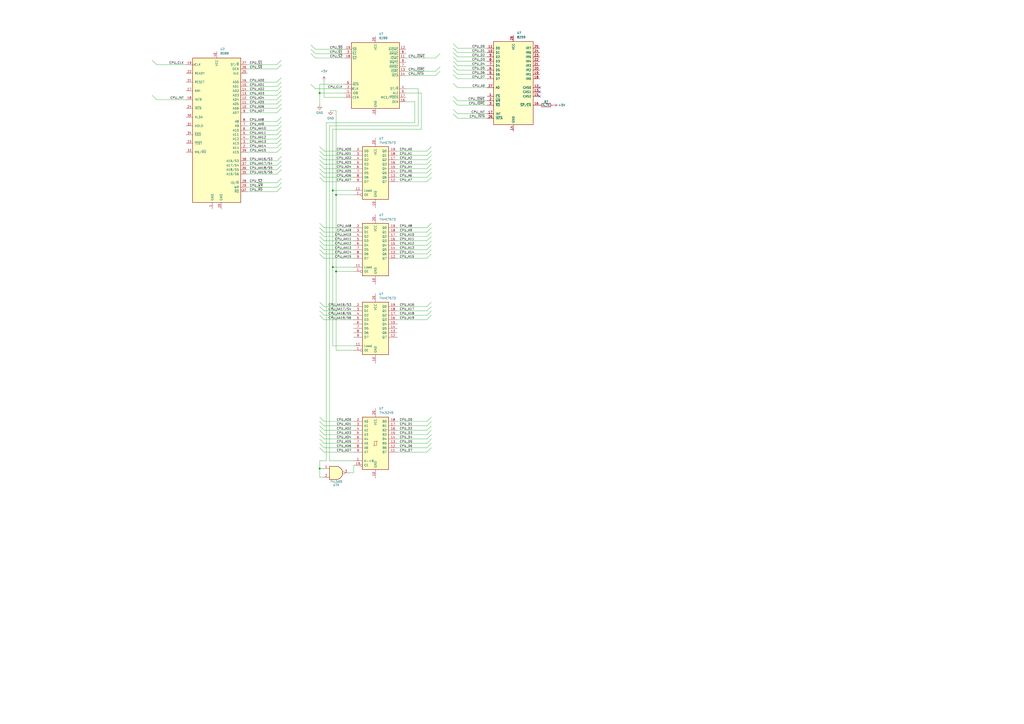
<source format=kicad_sch>
(kicad_sch (version 20211123) (generator eeschema)
  (paper "A2")
  (lib_symbols
    (symbol "74xx:74LS00" (pin_names (offset 1.016))
      (property "Reference" "U" (at 0 1.27 0))
      (property "Value" "74LS00" (at 0 -1.27 0))
      (symbol "74LS00_1_1"
        (arc (start 0 -3.81) (mid 3.81 0) (end 0 3.81) (stroke (width 0.254)) (fill (type background)))
        (polyline (pts (xy 0 3.81) (xy -3.81 3.81) (xy -3.81 -3.81) (xy 0 -3.81)) (stroke (width 0.254)) (fill (type background)))
        (pin input line (at -7.62 2.54 0) (length 3.81) (name "~") (number "1"))
        (pin input line (at -7.62 -2.54 0) (length 3.81) (name "~") (number "2"))
        (pin output inverted (at 7.62 0 180) (length 3.81) (name "~") (number "3"))
      )
      (symbol "74LS00_1_2"
        (arc (start -3.81 -3.81) (mid -2.589 0) (end -3.81 3.81) (stroke (width 0.254)))
        (arc (start -0.6096 -3.81) (mid 2.1842 -2.5851) (end 3.81 0) (stroke (width 0.254)) (fill (type background)))
        (polyline (pts (xy -3.81 -3.81) (xy -0.635 -3.81)) (stroke (width 0.254)) (fill (type background)))
        (polyline (pts (xy -3.81 3.81) (xy -0.635 3.81)) (stroke (width 0.254)) (fill (type background)))
        (polyline (pts (xy -0.635 3.81) (xy -3.81 3.81) (xy -3.81 3.81) (xy -3.556 3.4036) (xy -3.0226 2.2606) (xy -2.6924 1.0414) (xy -2.6162 -0.254) (xy -2.7686 -1.4986) (xy -3.175 -2.7178) (xy -3.81 -3.81) (xy -3.81 -3.81) (xy -0.635 -3.81)) (stroke (width -25.4)) (fill (type background)))
        (arc (start 3.81 0) (mid 2.1915 2.5936) (end -0.6096 3.81) (stroke (width 0.254)) (fill (type background)))
        (pin input inverted (at -7.62 2.54 0) (length 4.318) (name "~") (number "1"))
        (pin input inverted (at -7.62 -2.54 0) (length 4.318) (name "~") (number "2"))
        (pin output line (at 7.62 0 180) (length 3.81) (name "~") (number "3"))
      )
      (symbol "74LS00_2_1"
        (arc (start 0 -3.81) (mid 3.81 0) (end 0 3.81) (stroke (width 0.254)) (fill (type background)))
        (polyline (pts (xy 0 3.81) (xy -3.81 3.81) (xy -3.81 -3.81) (xy 0 -3.81)) (stroke (width 0.254)) (fill (type background)))
        (pin input line (at -7.62 2.54 0) (length 3.81) (name "~") (number "4"))
        (pin input line (at -7.62 -2.54 0) (length 3.81) (name "~") (number "5"))
        (pin output inverted (at 7.62 0 180) (length 3.81) (name "~") (number "6"))
      )
      (symbol "74LS00_2_2"
        (arc (start -3.81 -3.81) (mid -2.589 0) (end -3.81 3.81) (stroke (width 0.254)))
        (arc (start -0.6096 -3.81) (mid 2.1842 -2.5851) (end 3.81 0) (stroke (width 0.254)) (fill (type background)))
        (polyline (pts (xy -3.81 -3.81) (xy -0.635 -3.81)) (stroke (width 0.254)) (fill (type background)))
        (polyline (pts (xy -3.81 3.81) (xy -0.635 3.81)) (stroke (width 0.254)) (fill (type background)))
        (polyline (pts (xy -0.635 3.81) (xy -3.81 3.81) (xy -3.81 3.81) (xy -3.556 3.4036) (xy -3.0226 2.2606) (xy -2.6924 1.0414) (xy -2.6162 -0.254) (xy -2.7686 -1.4986) (xy -3.175 -2.7178) (xy -3.81 -3.81) (xy -3.81 -3.81) (xy -0.635 -3.81)) (stroke (width -25.4)) (fill (type background)))
        (arc (start 3.81 0) (mid 2.1915 2.5936) (end -0.6096 3.81) (stroke (width 0.254)) (fill (type background)))
        (pin input inverted (at -7.62 2.54 0) (length 4.318) (name "~") (number "4"))
        (pin input inverted (at -7.62 -2.54 0) (length 4.318) (name "~") (number "5"))
        (pin output line (at 7.62 0 180) (length 3.81) (name "~") (number "6"))
      )
      (symbol "74LS00_3_1"
        (arc (start 0 -3.81) (mid 3.81 0) (end 0 3.81) (stroke (width 0.254)) (fill (type background)))
        (polyline (pts (xy 0 3.81) (xy -3.81 3.81) (xy -3.81 -3.81) (xy 0 -3.81)) (stroke (width 0.254)) (fill (type background)))
        (pin input line (at -7.62 -2.54 0) (length 3.81) (name "~") (number "10"))
        (pin output inverted (at 7.62 0 180) (length 3.81) (name "~") (number "8"))
        (pin input line (at -7.62 2.54 0) (length 3.81) (name "~") (number "9"))
      )
      (symbol "74LS00_3_2"
        (arc (start -3.81 -3.81) (mid -2.589 0) (end -3.81 3.81) (stroke (width 0.254)))
        (arc (start -0.6096 -3.81) (mid 2.1842 -2.5851) (end 3.81 0) (stroke (width 0.254)) (fill (type background)))
        (polyline (pts (xy -3.81 -3.81) (xy -0.635 -3.81)) (stroke (width 0.254)) (fill (type background)))
        (polyline (pts (xy -3.81 3.81) (xy -0.635 3.81)) (stroke (width 0.254)) (fill (type background)))
        (polyline (pts (xy -0.635 3.81) (xy -3.81 3.81) (xy -3.81 3.81) (xy -3.556 3.4036) (xy -3.0226 2.2606) (xy -2.6924 1.0414) (xy -2.6162 -0.254) (xy -2.7686 -1.4986) (xy -3.175 -2.7178) (xy -3.81 -3.81) (xy -3.81 -3.81) (xy -0.635 -3.81)) (stroke (width -25.4)) (fill (type background)))
        (arc (start 3.81 0) (mid 2.1915 2.5936) (end -0.6096 3.81) (stroke (width 0.254)) (fill (type background)))
        (pin input inverted (at -7.62 -2.54 0) (length 4.318) (name "~") (number "10"))
        (pin output line (at 7.62 0 180) (length 3.81) (name "~") (number "8"))
        (pin input inverted (at -7.62 2.54 0) (length 4.318) (name "~") (number "9"))
      )
      (symbol "74LS00_4_1"
        (arc (start 0 -3.81) (mid 3.81 0) (end 0 3.81) (stroke (width 0.254)) (fill (type background)))
        (polyline (pts (xy 0 3.81) (xy -3.81 3.81) (xy -3.81 -3.81) (xy 0 -3.81)) (stroke (width 0.254)) (fill (type background)))
        (pin output inverted (at 7.62 0 180) (length 3.81) (name "~") (number "11"))
        (pin input line (at -7.62 2.54 0) (length 3.81) (name "~") (number "12"))
        (pin input line (at -7.62 -2.54 0) (length 3.81) (name "~") (number "13"))
      )
      (symbol "74LS00_4_2"
        (arc (start -3.81 -3.81) (mid -2.589 0) (end -3.81 3.81) (stroke (width 0.254)))
        (arc (start -0.6096 -3.81) (mid 2.1842 -2.5851) (end 3.81 0) (stroke (width 0.254)) (fill (type background)))
        (polyline (pts (xy -3.81 -3.81) (xy -0.635 -3.81)) (stroke (width 0.254)) (fill (type background)))
        (polyline (pts (xy -3.81 3.81) (xy -0.635 3.81)) (stroke (width 0.254)) (fill (type background)))
        (polyline (pts (xy -0.635 3.81) (xy -3.81 3.81) (xy -3.81 3.81) (xy -3.556 3.4036) (xy -3.0226 2.2606) (xy -2.6924 1.0414) (xy -2.6162 -0.254) (xy -2.7686 -1.4986) (xy -3.175 -2.7178) (xy -3.81 -3.81) (xy -3.81 -3.81) (xy -0.635 -3.81)) (stroke (width -25.4)) (fill (type background)))
        (arc (start 3.81 0) (mid 2.1915 2.5936) (end -0.6096 3.81) (stroke (width 0.254)) (fill (type background)))
        (pin output line (at 7.62 0 180) (length 3.81) (name "~") (number "11"))
        (pin input inverted (at -7.62 2.54 0) (length 4.318) (name "~") (number "12"))
        (pin input inverted (at -7.62 -2.54 0) (length 4.318) (name "~") (number "13"))
      )
      (symbol "74LS00_5_0"
        (pin power_in line (at 0 12.7 270) (length 5.08) (name "VCC") (number "14"))
        (pin power_in line (at 0 -12.7 90) (length 5.08) (name "GND") (number "7"))
      )
      (symbol "74LS00_5_1"
        (rectangle (start -5.08 7.62) (end 5.08 -7.62) (stroke (width 0.254)) (fill (type background)))
      )
    )
    (symbol "74xx:74LS245" (pin_names (offset 1.016))
      (property "Reference" "U" (at -7.62 16.51 0))
      (property "Value" "74LS245" (at -7.62 -16.51 0))
      (symbol "74LS245_1_0"
        (polyline (pts (xy -0.635 -1.27) (xy -0.635 1.27) (xy 0.635 1.27)))
        (polyline (pts (xy -1.27 -1.27) (xy 0.635 -1.27) (xy 0.635 1.27) (xy 1.27 1.27)))
        (pin input line (at -12.7 -10.16 0) (length 5.08) (name "A->B") (number "1"))
        (pin power_in line (at 0 -20.32 90) (length 5.08) (name "GND") (number "10"))
        (pin tri_state line (at 12.7 -5.08 180) (length 5.08) (name "B7") (number "11"))
        (pin tri_state line (at 12.7 -2.54 180) (length 5.08) (name "B6") (number "12"))
        (pin tri_state line (at 12.7 0 180) (length 5.08) (name "B5") (number "13"))
        (pin tri_state line (at 12.7 2.54 180) (length 5.08) (name "B4") (number "14"))
        (pin tri_state line (at 12.7 5.08 180) (length 5.08) (name "B3") (number "15"))
        (pin tri_state line (at 12.7 7.62 180) (length 5.08) (name "B2") (number "16"))
        (pin tri_state line (at 12.7 10.16 180) (length 5.08) (name "B1") (number "17"))
        (pin tri_state line (at 12.7 12.7 180) (length 5.08) (name "B0") (number "18"))
        (pin input inverted (at -12.7 -12.7 0) (length 5.08) (name "CE") (number "19"))
        (pin tri_state line (at -12.7 12.7 0) (length 5.08) (name "A0") (number "2"))
        (pin power_in line (at 0 20.32 270) (length 5.08) (name "VCC") (number "20"))
        (pin tri_state line (at -12.7 10.16 0) (length 5.08) (name "A1") (number "3"))
        (pin tri_state line (at -12.7 7.62 0) (length 5.08) (name "A2") (number "4"))
        (pin tri_state line (at -12.7 5.08 0) (length 5.08) (name "A3") (number "5"))
        (pin tri_state line (at -12.7 2.54 0) (length 5.08) (name "A4") (number "6"))
        (pin tri_state line (at -12.7 0 0) (length 5.08) (name "A5") (number "7"))
        (pin tri_state line (at -12.7 -2.54 0) (length 5.08) (name "A6") (number "8"))
        (pin tri_state line (at -12.7 -5.08 0) (length 5.08) (name "A7") (number "9"))
      )
      (symbol "74LS245_1_1"
        (rectangle (start -7.62 15.24) (end 7.62 -15.24) (stroke (width 0.254)) (fill (type background)))
      )
    )
    (symbol "74xx:74LS573" (pin_names (offset 1.016))
      (property "Reference" "U" (at -7.62 16.51 0))
      (property "Value" "74LS573" (at -7.62 -16.51 0))
      (symbol "74LS573_1_0"
        (pin input inverted (at -12.7 -12.7 0) (length 5.08) (name "OE") (number "1"))
        (pin power_in line (at 0 -20.32 90) (length 5.08) (name "GND") (number "10"))
        (pin input line (at -12.7 -10.16 0) (length 5.08) (name "Load") (number "11"))
        (pin tri_state line (at 12.7 -5.08 180) (length 5.08) (name "Q7") (number "12"))
        (pin tri_state line (at 12.7 -2.54 180) (length 5.08) (name "Q6") (number "13"))
        (pin tri_state line (at 12.7 0 180) (length 5.08) (name "Q5") (number "14"))
        (pin tri_state line (at 12.7 2.54 180) (length 5.08) (name "Q4") (number "15"))
        (pin tri_state line (at 12.7 5.08 180) (length 5.08) (name "Q3") (number "16"))
        (pin tri_state line (at 12.7 7.62 180) (length 5.08) (name "Q2") (number "17"))
        (pin tri_state line (at 12.7 10.16 180) (length 5.08) (name "Q1") (number "18"))
        (pin tri_state line (at 12.7 12.7 180) (length 5.08) (name "Q0") (number "19"))
        (pin input line (at -12.7 12.7 0) (length 5.08) (name "D0") (number "2"))
        (pin power_in line (at 0 20.32 270) (length 5.08) (name "VCC") (number "20"))
        (pin input line (at -12.7 10.16 0) (length 5.08) (name "D1") (number "3"))
        (pin input line (at -12.7 7.62 0) (length 5.08) (name "D2") (number "4"))
        (pin input line (at -12.7 5.08 0) (length 5.08) (name "D3") (number "5"))
        (pin input line (at -12.7 2.54 0) (length 5.08) (name "D4") (number "6"))
        (pin input line (at -12.7 0 0) (length 5.08) (name "D5") (number "7"))
        (pin input line (at -12.7 -2.54 0) (length 5.08) (name "D6") (number "8"))
        (pin input line (at -12.7 -5.08 0) (length 5.08) (name "D7") (number "9"))
      )
      (symbol "74LS573_1_1"
        (rectangle (start -7.62 15.24) (end 7.62 -15.24) (stroke (width 0.254)) (fill (type background)))
      )
    )
    (symbol "Device:R" (pin_numbers hide) (pin_names (offset 0))
      (property "Reference" "R" (at 2.032 0 90))
      (property "Value" "R" (at 0 0 90))
      (symbol "R_0_1"
        (rectangle (start -1.016 -2.54) (end 1.016 2.54) (stroke (width 0.254)))
      )
      (symbol "R_1_1"
        (pin passive line (at 0 3.81 270) (length 1.27) (name "~") (number "1"))
        (pin passive line (at 0 -3.81 90) (length 1.27) (name "~") (number "2"))
      )
    )
    (symbol "Interface:8259" (pin_names (offset 1.016))
      (property "Reference" "U" (at -10.16 25.4 0))
      (property "Value" "8259" (at 8.89 25.4 0))
      (symbol "8259_0_1"
        (rectangle (start -11.43 24.13) (end 11.43 -24.13) (stroke (width 0.254)) (fill (type background)))
      )
      (symbol "8259_1_1"
        (pin input line (at -15.24 -7.62 0) (length 3.81) (name "~{CS}") (number "1"))
        (pin bidirectional line (at -15.24 17.78 0) (length 3.81) (name "D1") (number "10"))
        (pin bidirectional line (at -15.24 20.32 0) (length 3.81) (name "D0") (number "11"))
        (pin input line (at 15.24 -2.54 180) (length 3.81) (name "CAS0") (number "12"))
        (pin output line (at 15.24 -5.08 180) (length 3.81) (name "CAS1") (number "13"))
        (pin power_in line (at 0 -27.94 90) (length 3.81) (name "GND") (number "14"))
        (pin output line (at 15.24 -7.62 180) (length 3.81) (name "CAS2") (number "15"))
        (pin bidirectional line (at 15.24 -12.7 180) (length 3.81) (name "~{SP}/~{EN}") (number "16"))
        (pin output line (at -15.24 -17.78 0) (length 3.81) (name "INT") (number "17"))
        (pin input line (at 15.24 2.54 180) (length 3.81) (name "IR0") (number "18"))
        (pin input line (at 15.24 5.08 180) (length 3.81) (name "IR1") (number "19"))
        (pin input line (at -15.24 -10.16 0) (length 3.81) (name "~{WR}") (number "2"))
        (pin input line (at 15.24 7.62 180) (length 3.81) (name "IR2") (number "20"))
        (pin input line (at 15.24 10.16 180) (length 3.81) (name "IR3") (number "21"))
        (pin input line (at 15.24 12.7 180) (length 3.81) (name "IR4") (number "22"))
        (pin input line (at 15.24 15.24 180) (length 3.81) (name "IR5") (number "23"))
        (pin input line (at 15.24 17.78 180) (length 3.81) (name "IR6") (number "24"))
        (pin input line (at 15.24 20.32 180) (length 3.81) (name "IR7") (number "25"))
        (pin input line (at -15.24 -20.32 0) (length 3.81) (name "~{INTA}") (number "26"))
        (pin input line (at -15.24 -2.54 0) (length 3.81) (name "A0") (number "27"))
        (pin power_in line (at 0 27.94 270) (length 3.81) (name "VCC") (number "28"))
        (pin input line (at -15.24 -12.7 0) (length 3.81) (name "~{RD}") (number "3"))
        (pin bidirectional line (at -15.24 2.54 0) (length 3.81) (name "D7") (number "4"))
        (pin bidirectional line (at -15.24 5.08 0) (length 3.81) (name "D6") (number "5"))
        (pin bidirectional line (at -15.24 7.62 0) (length 3.81) (name "D5") (number "6"))
        (pin bidirectional line (at -15.24 10.16 0) (length 3.81) (name "D4") (number "7"))
        (pin bidirectional line (at -15.24 12.7 0) (length 3.81) (name "D3") (number "8"))
        (pin bidirectional line (at -15.24 15.24 0) (length 3.81) (name "D2") (number "9"))
      )
    )
    (symbol "Interface:8288"
      (property "Reference" "U" (at -13.97 20.32 0))
      (property "Value" "8288" (at 8.89 20.32 0))
      (symbol "8288_0_0"
        (rectangle (start -13.97 -19.05) (end 13.97 19.05) (stroke (width 0.254)) (fill (type background)))
      )
      (symbol "8288_1_1"
        (pin input line (at -17.78 -10.16 0) (length 3.81) (name "IOB") (number "1"))
        (pin power_in line (at 0 -22.86 90) (length 3.81) (name "GND") (number "10"))
        (pin tri_state line (at 17.78 10.16 180) (length 3.81) (name "~{IOWC}") (number "11"))
        (pin tri_state line (at 17.78 15.24 180) (length 3.81) (name "~{AIOWC}") (number "12"))
        (pin tri_state line (at 17.78 2.54 180) (length 3.81) (name "~{IORC}") (number "13"))
        (pin tri_state line (at 17.78 0 180) (length 3.81) (name "~{INTA}") (number "14"))
        (pin input line (at -17.78 -12.7 0) (length 3.81) (name "CEN") (number "15"))
        (pin output line (at 17.78 -15.24 180) (length 3.81) (name "DEN") (number "16"))
        (pin output line (at 17.78 -12.7 180) (length 3.81) (name "MCE/~{PDEN}") (number "17"))
        (pin input line (at -17.78 10.16 0) (length 3.81) (name "~{S2}") (number "18"))
        (pin input line (at -17.78 15.24 0) (length 3.81) (name "~{S0}") (number "19"))
        (pin input clock (at -17.78 -7.62 0) (length 3.81) (name "CLK") (number "2"))
        (pin power_in line (at 0 22.86 270) (length 3.81) (name "VCC") (number "20"))
        (pin input line (at -17.78 12.7 0) (length 3.81) (name "~{S1}") (number "3"))
        (pin output line (at 17.78 -7.62 180) (length 3.81) (name "DT/~{R}") (number "4"))
        (pin output line (at 17.78 -10.16 180) (length 3.81) (name "ALE") (number "5"))
        (pin input line (at -17.78 -5.08 0) (length 3.81) (name "~{AEN}") (number "6"))
        (pin tri_state line (at 17.78 5.08 180) (length 3.81) (name "~{MRDC}") (number "7"))
        (pin tri_state line (at 17.78 12.7 180) (length 3.81) (name "~{AMWC}") (number "8"))
        (pin tri_state line (at 17.78 7.62 180) (length 3.81) (name "~{MWTC}") (number "9"))
      )
    )
    (symbol "MCU_Intel:8088" (pin_names (offset 1.016))
      (property "Reference" "U" (at -12.7 43.18 0))
      (property "Value" "8088" (at 10.16 43.18 0))
      (symbol "8088_0_1"
        (rectangle (start 13.97 -41.91) (end -13.97 41.91) (stroke (width 0.254)) (fill (type background)))
      )
      (symbol "8088_1_1"
        (pin power_in line (at -2.54 -45.72 90) (length 3.81) (name "GND") (number "1"))
        (pin bidirectional line (at 17.78 12.7 180) (length 3.81) (name "AD6") (number "10"))
        (pin bidirectional line (at 17.78 15.24 180) (length 3.81) (name "AD5") (number "11"))
        (pin bidirectional line (at 17.78 17.78 180) (length 3.81) (name "AD4") (number "12"))
        (pin bidirectional line (at 17.78 20.32 180) (length 3.81) (name "AD3") (number "13"))
        (pin bidirectional line (at 17.78 22.86 180) (length 3.81) (name "AD2") (number "14"))
        (pin bidirectional line (at 17.78 25.4 180) (length 3.81) (name "AD1") (number "15"))
        (pin bidirectional line (at 17.78 27.94 180) (length 3.81) (name "AD0") (number "16"))
        (pin input line (at -17.78 22.86 0) (length 3.81) (name "NMI") (number "17"))
        (pin input line (at -17.78 17.78 0) (length 3.81) (name "INTR") (number "18"))
        (pin input clock (at -17.78 38.1 0) (length 3.81) (name "CLK") (number "19"))
        (pin output line (at 17.78 -10.16 180) (length 3.81) (name "A14") (number "2"))
        (pin power_in line (at 2.54 -45.72 90) (length 3.81) (name "GND") (number "20"))
        (pin input line (at -17.78 27.94 0) (length 3.81) (name "RESET") (number "21"))
        (pin input line (at -17.78 33.02 0) (length 3.81) (name "READY") (number "22"))
        (pin input line (at -17.78 -7.62 0) (length 3.81) (name "~{TEST}") (number "23"))
        (pin output line (at -17.78 12.7 0) (length 3.81) (name "~{INTA}") (number "24"))
        (pin output line (at 17.78 33.02 180) (length 3.81) (name "ALE") (number "25"))
        (pin output line (at 17.78 35.56 180) (length 3.81) (name "DEN") (number "26"))
        (pin output line (at 17.78 38.1 180) (length 3.81) (name "DT/~{R}") (number "27"))
        (pin output line (at 17.78 -30.48 180) (length 3.81) (name "IO/~{M}") (number "28"))
        (pin output line (at 17.78 -33.02 180) (length 3.81) (name "WR") (number "29"))
        (pin output line (at 17.78 -7.62 180) (length 3.81) (name "A13") (number "3"))
        (pin output line (at -17.78 7.62 0) (length 3.81) (name "HLDA") (number "30"))
        (pin input line (at -17.78 2.54 0) (length 3.81) (name "HOLD") (number "31"))
        (pin output output_low (at 17.78 -35.56 180) (length 3.81) (name "~{RD}") (number "32"))
        (pin input line (at -17.78 -12.7 0) (length 3.81) (name "MN/~{MX}") (number "33"))
        (pin output line (at -17.78 -2.54 0) (length 3.81) (name "~{SSO}") (number "34"))
        (pin output line (at 17.78 -25.4 180) (length 3.81) (name "A19/S6") (number "35"))
        (pin output line (at 17.78 -22.86 180) (length 3.81) (name "A18/S5") (number "36"))
        (pin output line (at 17.78 -20.32 180) (length 3.81) (name "A17/S4") (number "37"))
        (pin output line (at 17.78 -17.78 180) (length 3.81) (name "A16/S3") (number "38"))
        (pin output line (at 17.78 -12.7 180) (length 3.81) (name "A15") (number "39"))
        (pin output line (at 17.78 -5.08 180) (length 3.81) (name "A12") (number "4"))
        (pin power_in line (at 0 45.72 270) (length 3.81) (name "VCC") (number "40"))
        (pin output line (at 17.78 -2.54 180) (length 3.81) (name "A11") (number "5"))
        (pin output line (at 17.78 0 180) (length 3.81) (name "A10") (number "6"))
        (pin output line (at 17.78 2.54 180) (length 3.81) (name "A9") (number "7"))
        (pin output line (at 17.78 5.08 180) (length 3.81) (name "A8") (number "8"))
        (pin bidirectional line (at 17.78 10.16 180) (length 3.81) (name "AD7") (number "9"))
      )
    )
    (symbol "Timer:8284"
      (property "Reference" "U" (at -3.81 19.05 0))
      (property "Value" "8284" (at 2.54 19.05 0))
      (symbol "8284_0_0"
        (rectangle (start -7.62 -17.78) (end 7.62 17.78) (stroke (width 0.254)) (fill (type background)))
      )
      (symbol "8284_1_1"
        (pin input line (at -10.16 -5.08 0) (length 2.54) (name "CSYNC") (number "1"))
        (pin output line (at 10.16 5.08 180) (length 2.54) (name "RESET") (number "10"))
        (pin input line (at -10.16 15.24 0) (length 2.54) (name "~{RES}") (number "11"))
        (pin output line (at 10.16 -2.54 180) (length 2.54) (name "OSC") (number "12"))
        (pin input line (at -10.16 -10.16 0) (length 2.54) (name "F/~{C}") (number "13"))
        (pin input line (at -10.16 -15.24 0) (length 2.54) (name "EFI") (number "14"))
        (pin input line (at -10.16 -2.54 0) (length 2.54) (name "~{ASYNC}") (number "15"))
        (pin output line (at 10.16 -15.24 180) (length 2.54) (name "X2") (number "16"))
        (pin input line (at 10.16 -10.16 180) (length 2.54) (name "X1") (number "17"))
        (pin power_in line (at 0 20.32 270) (length 2.54) (name "VCC") (number "18"))
        (pin output line (at 10.16 0 180) (length 2.54) (name "PCLK") (number "2"))
        (pin input line (at -10.16 5.08 0) (length 2.54) (name "~{AEN1}") (number "3"))
        (pin input line (at -10.16 10.16 0) (length 2.54) (name "RDY1") (number "4"))
        (pin output line (at 10.16 10.16 180) (length 2.54) (name "READY") (number "5"))
        (pin input line (at -10.16 7.62 0) (length 2.54) (name "RDY2") (number "6"))
        (pin input line (at -10.16 2.54 0) (length 2.54) (name "~{AEN2}") (number "7"))
        (pin output line (at 10.16 15.24 180) (length 2.54) (name "CLK") (number "8"))
        (pin power_in line (at 0 -20.32 90) (length 2.54) (name "GND") (number "9"))
      )
    )
    (symbol "power:+5V" (power) (pin_names (offset 0))
      (property "Value" "+5V" (at 0 3.556 0))
      (symbol "+5V_0_1"
        (polyline (pts (xy -0.762 1.27) (xy 0 2.54)))
        (polyline (pts (xy 0 0) (xy 0 2.54)))
        (polyline (pts (xy 0 2.54) (xy 0.762 1.27)))
      )
      (symbol "+5V_1_1"
        (pin power_in line (at 0 0 90) (length 0) hide (name "+5V") (number "1"))
      )
    )
    (symbol "power:GND" (power) (pin_names (offset 0))
      (property "Value" "GND" (at 0 -3.81 0))
      (symbol "GND_0_1"
        (polyline (pts (xy 0 0) (xy 0 -1.27) (xy 1.27 -1.27) (xy 0 -2.54) (xy -1.27 -1.27) (xy 0 -1.27)))
      )
      (symbol "GND_1_1"
        (pin power_in line (at 0 0 270) (length 0) hide (name "GND") (number "1"))
      )
    )
  )
  (junction (at 194.945 113.03))
  (junction (at 194.945 157.48))
  (junction (at 193.04 154.94))
  (junction (at 185.42 271.78))
  (junction (at 185.42 53.975))
  (junction (at 193.04 110.49))
  (no_connect (at 313.055 50.8))
  (no_connect (at 313.055 53.34))
  (no_connect (at 313.055 55.88))
  (bus_entry (at 247.65 259.715) (size 2.54 -2.54))
  (bus_entry (at 265.43 66.04) (size -2.54 -2.54))
  (bus_entry (at 160.655 55.245) (size 2.54 -2.54))
  (bus_entry (at 265.43 68.58) (size -2.54 -2.54))
  (bus_entry (at 187.96 92.71) (size -2.54 -2.54))
  (bus_entry (at 160.655 106.045) (size 2.54 -2.54))
  (bus_entry (at 247.65 244.475) (size 2.54 -2.54))
  (bus_entry (at 160.655 65.405) (size 2.54 -2.54))
  (bus_entry (at 187.96 259.715) (size -2.54 -2.54))
  (bus_entry (at 265.43 27.94) (size -2.54 -2.54))
  (bus_entry (at 187.96 102.87) (size -2.54 -2.54))
  (bus_entry (at 182.88 51.435) (size -2.54 -2.54))
  (bus_entry (at 160.655 88.265) (size 2.54 -2.54))
  (bus_entry (at 187.96 252.095) (size -2.54 -2.54))
  (bus_entry (at 247.65 185.42) (size 2.54 -2.54))
  (bus_entry (at 187.96 244.475) (size -2.54 -2.54))
  (bus_entry (at 160.655 70.485) (size 2.54 -2.54))
  (bus_entry (at 247.65 252.095) (size 2.54 -2.54))
  (bus_entry (at 180.34 31.115) (size 2.54 2.54))
  (bus_entry (at 247.65 257.175) (size 2.54 -2.54))
  (bus_entry (at 247.65 144.78) (size 2.54 -2.54))
  (bus_entry (at 247.65 100.33) (size 2.54 -2.54))
  (bus_entry (at 247.65 142.24) (size 2.54 -2.54))
  (bus_entry (at 187.96 95.25) (size -2.54 -2.54))
  (bus_entry (at 187.96 134.62) (size -2.54 -2.54))
  (bus_entry (at 90.805 37.465) (size -2.54 -2.54))
  (bus_entry (at 187.96 180.34) (size -2.54 -2.54))
  (bus_entry (at 160.655 111.125) (size 2.54 -2.54))
  (bus_entry (at 187.96 177.8) (size -2.54 -2.54))
  (bus_entry (at 160.655 57.785) (size 2.54 -2.54))
  (bus_entry (at 160.655 80.645) (size 2.54 -2.54))
  (bus_entry (at 160.655 85.725) (size 2.54 -2.54))
  (bus_entry (at 247.65 102.87) (size 2.54 -2.54))
  (bus_entry (at 180.34 28.575) (size 2.54 2.54))
  (bus_entry (at 160.655 98.425) (size 2.54 -2.54))
  (bus_entry (at 247.65 97.79) (size 2.54 -2.54))
  (bus_entry (at 160.655 60.325) (size 2.54 -2.54))
  (bus_entry (at 247.65 132.08) (size 2.54 -2.54))
  (bus_entry (at 160.655 37.465) (size 2.54 -2.54))
  (bus_entry (at 180.34 26.035) (size 2.54 2.54))
  (bus_entry (at 160.655 83.185) (size 2.54 -2.54))
  (bus_entry (at 247.65 147.32) (size 2.54 -2.54))
  (bus_entry (at 247.65 247.015) (size 2.54 -2.54))
  (bus_entry (at 90.805 57.785) (size -2.54 -2.54))
  (bus_entry (at 187.96 105.41) (size -2.54 -2.54))
  (bus_entry (at 187.96 257.175) (size -2.54 -2.54))
  (bus_entry (at 265.43 38.1) (size -2.54 -2.54))
  (bus_entry (at 265.43 43.18) (size -2.54 -2.54))
  (bus_entry (at 160.655 93.345) (size 2.54 -2.54))
  (bus_entry (at 252.73 43.815) (size 2.54 -2.54))
  (bus_entry (at 265.43 58.42) (size -2.54 -2.54))
  (bus_entry (at 252.73 41.275) (size 2.54 -2.54))
  (bus_entry (at 265.43 45.72) (size -2.54 -2.54))
  (bus_entry (at 187.96 87.63) (size -2.54 -2.54))
  (bus_entry (at 265.43 33.02) (size -2.54 -2.54))
  (bus_entry (at 160.655 95.885) (size 2.54 -2.54))
  (bus_entry (at 247.65 134.62) (size 2.54 -2.54))
  (bus_entry (at 187.96 249.555) (size -2.54 -2.54))
  (bus_entry (at 265.43 35.56) (size -2.54 -2.54))
  (bus_entry (at 247.65 180.34) (size 2.54 -2.54))
  (bus_entry (at 247.65 137.16) (size 2.54 -2.54))
  (bus_entry (at 187.96 144.78) (size -2.54 -2.54))
  (bus_entry (at 160.655 100.965) (size 2.54 -2.54))
  (bus_entry (at 265.43 60.96) (size -2.54 -2.54))
  (bus_entry (at 187.96 100.33) (size -2.54 -2.54))
  (bus_entry (at 247.65 139.7) (size 2.54 -2.54))
  (bus_entry (at 160.655 62.865) (size 2.54 -2.54))
  (bus_entry (at 160.655 40.005) (size 2.54 -2.54))
  (bus_entry (at 247.65 182.88) (size 2.54 -2.54))
  (bus_entry (at 187.96 254.635) (size -2.54 -2.54))
  (bus_entry (at 187.96 185.42) (size -2.54 -2.54))
  (bus_entry (at 247.65 177.8) (size 2.54 -2.54))
  (bus_entry (at 160.655 52.705) (size 2.54 -2.54))
  (bus_entry (at 160.655 47.625) (size 2.54 -2.54))
  (bus_entry (at 265.43 40.64) (size -2.54 -2.54))
  (bus_entry (at 247.65 90.17) (size 2.54 -2.54))
  (bus_entry (at 160.655 108.585) (size 2.54 -2.54))
  (bus_entry (at 247.65 87.63) (size 2.54 -2.54))
  (bus_entry (at 187.96 97.79) (size -2.54 -2.54))
  (bus_entry (at 160.655 75.565) (size 2.54 -2.54))
  (bus_entry (at 187.96 137.16) (size -2.54 -2.54))
  (bus_entry (at 247.65 105.41) (size 2.54 -2.54))
  (bus_entry (at 187.96 247.015) (size -2.54 -2.54))
  (bus_entry (at 187.96 90.17) (size -2.54 -2.54))
  (bus_entry (at 187.96 182.88) (size -2.54 -2.54))
  (bus_entry (at 247.65 95.25) (size 2.54 -2.54))
  (bus_entry (at 252.73 33.655) (size 2.54 -2.54))
  (bus_entry (at 160.655 73.025) (size 2.54 -2.54))
  (bus_entry (at 187.96 262.255) (size -2.54 -2.54))
  (bus_entry (at 247.65 254.635) (size 2.54 -2.54))
  (bus_entry (at 187.96 139.7) (size -2.54 -2.54))
  (bus_entry (at 265.43 30.48) (size -2.54 -2.54))
  (bus_entry (at 187.96 142.24) (size -2.54 -2.54))
  (bus_entry (at 247.65 262.255) (size 2.54 -2.54))
  (bus_entry (at 187.96 149.86) (size -2.54 -2.54))
  (bus_entry (at 187.96 147.32) (size -2.54 -2.54))
  (bus_entry (at 247.65 149.86) (size 2.54 -2.54))
  (bus_entry (at 265.43 50.8) (size -2.54 -2.54))
  (bus_entry (at 160.655 78.105) (size 2.54 -2.54))
  (bus_entry (at 187.96 132.08) (size -2.54 -2.54))
  (bus_entry (at 247.65 249.555) (size 2.54 -2.54))
  (bus_entry (at 247.65 92.71) (size 2.54 -2.54))
  (bus_entry (at 160.655 50.165) (size 2.54 -2.54))
  (wire (pts (xy 143.51 55.245) (xy 160.655 55.245)))
  (wire (pts (xy 240.665 71.12) (xy 240.665 59.055)))
  (wire (pts (xy 143.51 60.325) (xy 160.655 60.325)))
  (wire (pts (xy 200.025 48.895) (xy 185.42 48.895)))
  (wire (pts (xy 191.77 64.135) (xy 194.945 64.135)))
  (wire (pts (xy 235.585 53.975) (xy 244.475 53.975)))
  (wire (pts (xy 235.585 33.655) (xy 252.73 33.655)))
  (wire (pts (xy 282.575 38.1) (xy 265.43 38.1)))
  (wire (pts (xy 107.95 57.785) (xy 90.805 57.785)))
  (wire (pts (xy 182.88 31.115) (xy 200.025 31.115)))
  (wire (pts (xy 185.42 53.975) (xy 200.025 53.975)))
  (wire (pts (xy 194.945 113.03) (xy 194.945 157.48)))
  (wire (pts (xy 244.475 53.975) (xy 244.475 74.93)))
  (wire (pts (xy 143.51 78.105) (xy 160.655 78.105)))
  (wire (pts (xy 282.575 33.02) (xy 265.43 33.02)))
  (wire (pts (xy 143.51 106.045) (xy 160.655 106.045)))
  (wire (pts (xy 189.23 71.12) (xy 240.665 71.12)))
  (wire (pts (xy 282.575 45.72) (xy 265.43 45.72)))
  (wire (pts (xy 143.51 70.485) (xy 160.655 70.485)))
  (wire (pts (xy 193.04 154.94) (xy 193.04 200.66)))
  (wire (pts (xy 230.505 252.095) (xy 247.65 252.095)))
  (wire (pts (xy 230.505 137.16) (xy 247.65 137.16)))
  (wire (pts (xy 143.51 88.265) (xy 160.655 88.265)))
  (wire (pts (xy 194.945 64.135) (xy 194.945 113.03)))
  (wire (pts (xy 205.105 177.8) (xy 187.96 177.8)))
  (wire (pts (xy 202.565 274.32) (xy 205.105 274.32)))
  (wire (pts (xy 191.135 267.335) (xy 205.105 267.335)))
  (wire (pts (xy 240.665 59.055) (xy 235.585 59.055)))
  (wire (pts (xy 230.505 87.63) (xy 247.65 87.63)))
  (wire (pts (xy 242.57 51.435) (xy 235.585 51.435)))
  (wire (pts (xy 143.51 108.585) (xy 160.655 108.585)))
  (wire (pts (xy 191.135 267.335) (xy 191.135 73.025)))
  (wire (pts (xy 230.505 247.015) (xy 247.65 247.015)))
  (wire (pts (xy 205.105 95.25) (xy 187.96 95.25)))
  (wire (pts (xy 205.105 247.015) (xy 187.96 247.015)))
  (wire (pts (xy 230.505 185.42) (xy 247.65 185.42)))
  (wire (pts (xy 194.945 203.2) (xy 205.105 203.2)))
  (wire (pts (xy 230.505 259.715) (xy 247.65 259.715)))
  (wire (pts (xy 282.575 43.18) (xy 265.43 43.18)))
  (wire (pts (xy 194.945 157.48) (xy 194.945 203.2)))
  (wire (pts (xy 143.51 57.785) (xy 160.655 57.785)))
  (wire (pts (xy 143.51 65.405) (xy 160.655 65.405)))
  (wire (pts (xy 230.505 144.78) (xy 247.65 144.78)))
  (wire (pts (xy 282.575 60.96) (xy 265.43 60.96)))
  (wire (pts (xy 205.105 254.635) (xy 187.96 254.635)))
  (wire (pts (xy 205.105 149.86) (xy 187.96 149.86)))
  (wire (pts (xy 205.105 252.095) (xy 187.96 252.095)))
  (wire (pts (xy 143.51 47.625) (xy 160.655 47.625)))
  (wire (pts (xy 205.105 147.32) (xy 187.96 147.32)))
  (wire (pts (xy 282.575 68.58) (xy 265.43 68.58)))
  (wire (pts (xy 185.42 271.78) (xy 185.42 267.335)))
  (wire (pts (xy 230.505 97.79) (xy 247.65 97.79)))
  (wire (pts (xy 235.585 43.815) (xy 252.73 43.815)))
  (wire (pts (xy 143.51 85.725) (xy 160.655 85.725)))
  (wire (pts (xy 230.505 134.62) (xy 247.65 134.62)))
  (wire (pts (xy 194.945 157.48) (xy 205.105 157.48)))
  (wire (pts (xy 205.105 249.555) (xy 187.96 249.555)))
  (wire (pts (xy 282.575 50.8) (xy 265.43 50.8)))
  (wire (pts (xy 185.42 276.86) (xy 187.325 276.86)))
  (wire (pts (xy 282.575 58.42) (xy 265.43 58.42)))
  (wire (pts (xy 185.42 48.895) (xy 185.42 53.975)))
  (wire (pts (xy 230.505 95.25) (xy 247.65 95.25)))
  (wire (pts (xy 282.575 66.04) (xy 265.43 66.04)))
  (wire (pts (xy 143.51 37.465) (xy 160.655 37.465)))
  (wire (pts (xy 143.51 98.425) (xy 160.655 98.425)))
  (wire (pts (xy 143.51 40.005) (xy 160.655 40.005)))
  (wire (pts (xy 205.105 105.41) (xy 187.96 105.41)))
  (wire (pts (xy 143.51 50.165) (xy 160.655 50.165)))
  (wire (pts (xy 205.105 180.34) (xy 187.96 180.34)))
  (wire (pts (xy 205.105 90.17) (xy 187.96 90.17)))
  (wire (pts (xy 194.945 113.03) (xy 205.105 113.03)))
  (wire (pts (xy 193.04 110.49) (xy 193.04 154.94)))
  (wire (pts (xy 230.505 105.41) (xy 247.65 105.41)))
  (wire (pts (xy 185.42 271.78) (xy 185.42 276.86)))
  (wire (pts (xy 200.025 33.655) (xy 182.88 33.655)))
  (wire (pts (xy 193.04 200.66) (xy 205.105 200.66)))
  (wire (pts (xy 143.51 73.025) (xy 160.655 73.025)))
  (wire (pts (xy 230.505 180.34) (xy 247.65 180.34)))
  (wire (pts (xy 242.57 73.025) (xy 242.57 51.435)))
  (wire (pts (xy 143.51 95.885) (xy 160.655 95.885)))
  (wire (pts (xy 230.505 139.7) (xy 247.65 139.7)))
  (wire (pts (xy 143.51 62.865) (xy 160.655 62.865)))
  (wire (pts (xy 235.585 41.275) (xy 252.73 41.275)))
  (wire (pts (xy 230.505 262.255) (xy 247.65 262.255)))
  (wire (pts (xy 107.95 37.465) (xy 90.805 37.465)))
  (wire (pts (xy 143.51 100.965) (xy 160.655 100.965)))
  (wire (pts (xy 205.105 257.175) (xy 187.96 257.175)))
  (wire (pts (xy 200.025 28.575) (xy 182.88 28.575)))
  (wire (pts (xy 230.505 147.32) (xy 247.65 147.32)))
  (wire (pts (xy 230.505 90.17) (xy 247.65 90.17)))
  (wire (pts (xy 191.135 73.025) (xy 242.57 73.025)))
  (wire (pts (xy 193.04 154.94) (xy 205.105 154.94)))
  (wire (pts (xy 143.51 80.645) (xy 160.655 80.645)))
  (wire (pts (xy 205.105 97.79) (xy 187.96 97.79)))
  (wire (pts (xy 205.105 182.88) (xy 187.96 182.88)))
  (wire (pts (xy 205.105 102.87) (xy 187.96 102.87)))
  (wire (pts (xy 205.105 144.78) (xy 187.96 144.78)))
  (wire (pts (xy 230.505 182.88) (xy 247.65 182.88)))
  (wire (pts (xy 205.105 132.08) (xy 187.96 132.08)))
  (wire (pts (xy 230.505 177.8) (xy 247.65 177.8)))
  (wire (pts (xy 282.575 40.64) (xy 265.43 40.64)))
  (wire (pts (xy 193.04 110.49) (xy 205.105 110.49)))
  (wire (pts (xy 205.105 87.63) (xy 187.96 87.63)))
  (wire (pts (xy 189.23 267.335) (xy 189.23 71.12)))
  (wire (pts (xy 193.04 74.93) (xy 193.04 110.49)))
  (wire (pts (xy 282.575 27.94) (xy 265.43 27.94)))
  (wire (pts (xy 143.51 52.705) (xy 160.655 52.705)))
  (wire (pts (xy 230.505 102.87) (xy 247.65 102.87)))
  (wire (pts (xy 200.025 51.435) (xy 182.88 51.435)))
  (wire (pts (xy 230.505 100.33) (xy 247.65 100.33)))
  (wire (pts (xy 185.42 53.975) (xy 185.42 60.96)))
  (wire (pts (xy 187.96 46.99) (xy 187.96 56.515)))
  (wire (pts (xy 205.105 92.71) (xy 187.96 92.71)))
  (wire (pts (xy 143.51 111.125) (xy 160.655 111.125)))
  (wire (pts (xy 230.505 254.635) (xy 247.65 254.635)))
  (wire (pts (xy 205.105 100.33) (xy 187.96 100.33)))
  (wire (pts (xy 230.505 142.24) (xy 247.65 142.24)))
  (wire (pts (xy 187.96 56.515) (xy 200.025 56.515)))
  (wire (pts (xy 143.51 83.185) (xy 160.655 83.185)))
  (wire (pts (xy 230.505 132.08) (xy 247.65 132.08)))
  (wire (pts (xy 230.505 149.86) (xy 247.65 149.86)))
  (wire (pts (xy 205.105 185.42) (xy 187.96 185.42)))
  (wire (pts (xy 205.105 244.475) (xy 187.96 244.475)))
  (wire (pts (xy 205.105 134.62) (xy 187.96 134.62)))
  (wire (pts (xy 205.105 142.24) (xy 187.96 142.24)))
  (wire (pts (xy 230.505 257.175) (xy 247.65 257.175)))
  (wire (pts (xy 282.575 35.56) (xy 265.43 35.56)))
  (wire (pts (xy 230.505 249.555) (xy 247.65 249.555)))
  (wire (pts (xy 205.105 137.16) (xy 187.96 137.16)))
  (wire (pts (xy 185.42 267.335) (xy 189.23 267.335)))
  (wire (pts (xy 205.105 259.715) (xy 187.96 259.715)))
  (wire (pts (xy 143.51 75.565) (xy 160.655 75.565)))
  (wire (pts (xy 230.505 92.71) (xy 247.65 92.71)))
  (wire (pts (xy 244.475 74.93) (xy 193.04 74.93)))
  (wire (pts (xy 230.505 244.475) (xy 247.65 244.475)))
  (wire (pts (xy 143.51 93.345) (xy 160.655 93.345)))
  (wire (pts (xy 205.105 139.7) (xy 187.96 139.7)))
  (wire (pts (xy 205.105 262.255) (xy 187.96 262.255)))
  (wire (pts (xy 187.325 271.78) (xy 185.42 271.78)))
  (wire (pts (xy 282.575 30.48) (xy 265.43 30.48)))
  (wire (pts (xy 205.105 274.32) (xy 205.105 269.875)))
  (label "CPU_AA13" (at 203.835 144.78 180))
  (label "CPU_D1" (at 231.775 247.015 0))
  (label "CPU_AD0" (at 203.835 244.475 180))
  (label "CPU_A13" (at 231.775 144.78 0))
  (label "CPU_~{S0}" (at 144.78 40.005 0))
  (label "CPU_D4" (at 231.775 254.635 0))
  (label "CPU_A8" (at 231.775 132.08 0))
  (label "CPU_~{WR}" (at 144.78 108.585 0))
  (label "CPU_D1" (at 281.305 30.48 180))
  (label "CPU_AD6" (at 144.78 62.865 0))
  (label "CPU_AD4" (at 144.78 57.785 0))
  (label "CPU_~{S2}" (at 198.755 33.655 180))
  (label "CPU_AD5" (at 144.78 60.325 0))
  (label "CPU_D2" (at 231.775 249.555 0))
  (label "CPU_AD1" (at 203.835 247.015 180))
  (label "CPU_AD5" (at 203.835 257.175 180))
  (label "CPU_A1" (at 231.775 90.17 0))
  (label "CPU_~{IORC}" (at 236.855 41.275 0))
  (label "CPU_CLK" (at 106.68 37.465 180))
  (label "CPU_AD2" (at 203.835 249.555 180))
  (label "CPU_D2" (at 281.305 33.02 180))
  (label "CPU_A14" (at 231.775 147.32 0))
  (label "CPU_AD3" (at 203.835 252.095 180))
  (label "CPU_~{INTA}" (at 236.855 43.815 0))
  (label "CPU_AD0" (at 203.835 87.63 180))
  (label "CPU_~{IORC}" (at 281.305 60.96 180))
  (label "CPU_AA14" (at 144.78 85.725 0))
  (label "CPU_A10" (at 231.775 137.16 0))
  (label "CPU_A5" (at 231.775 100.33 0))
  (label "CPU_AD6" (at 203.835 102.87 180))
  (label "CPU_AA16{slash}S3" (at 203.835 177.8 180))
  (label "CPU_D0" (at 231.775 244.475 0))
  (label "CPU_AD7" (at 203.835 262.255 180))
  (label "CPU_AA12" (at 144.78 80.645 0))
  (label "CPU_A7" (at 231.775 105.41 0))
  (label "CPU_AA18{slash}S5" (at 144.78 98.425 0))
  (label "CPU_AA10" (at 144.78 75.565 0))
  (label "CPU_AD2" (at 203.835 92.71 180))
  (label "CPU_AD6" (at 203.835 259.715 180))
  (label "CPU_AA8" (at 203.835 132.08 180))
  (label "CPU_AD5" (at 203.835 100.33 180))
  (label "CPU_A6" (at 231.775 102.87 0))
  (label "CPU_AD1" (at 144.78 50.165 0))
  (label "CPU_AD7" (at 203.835 105.41 180))
  (label "CPU_AA8" (at 144.78 70.485 0))
  (label "CPU_A3" (at 231.775 95.25 0))
  (label "CPU_AA14" (at 203.835 147.32 180))
  (label "CPU_AA10" (at 203.835 137.16 180))
  (label "CPU_AA18{slash}S5" (at 203.835 182.88 180))
  (label "CPU_A12" (at 231.775 142.24 0))
  (label "CPU_AA17{slash}S4" (at 203.835 180.34 180))
  (label "CPU_D7" (at 231.775 262.255 0))
  (label "CPU_D0" (at 281.305 27.94 180))
  (label "CPU_AA9" (at 203.835 134.62 180))
  (label "CPU_AA12" (at 203.835 142.24 180))
  (label "CPU_D6" (at 281.305 43.18 180))
  (label "CPU_A0" (at 281.305 50.8 180))
  (label "CPU_D4" (at 281.305 38.1 180))
  (label "CPU_D6" (at 231.775 259.715 0))
  (label "CPU_AD7" (at 144.78 65.405 0))
  (label "CPU_~{RD}" (at 144.78 111.125 0))
  (label "CPU_~{S2}" (at 144.78 106.045 0))
  (label "CPU_AD1" (at 203.835 90.17 180))
  (label "CPU_AA11" (at 144.78 78.105 0))
  (label "CPU_AA13" (at 144.78 83.185 0))
  (label "CPU_AA9" (at 144.78 73.025 0))
  (label "CPU_A15" (at 231.775 149.86 0))
  (label "CPU_~{INTA}" (at 281.305 68.58 180))
  (label "CPU_~{S0}" (at 198.755 28.575 180))
  (label "CPU_~{S1}" (at 144.78 37.465 0))
  (label "CPU_A9" (at 231.775 134.62 0))
  (label "CPU_D3" (at 231.775 252.095 0))
  (label "CPU_~{IOWC}" (at 236.855 33.655 0))
  (label "CPU_INT" (at 106.68 57.785 180))
  (label "CPU_A0" (at 231.775 87.63 0))
  (label "CPU_A18" (at 231.775 182.88 0))
  (label "CPU_AD4" (at 203.835 97.79 180))
  (label "CPU_A16" (at 231.775 177.8 0))
  (label "CPU_AA17{slash}S4" (at 144.78 95.885 0))
  (label "CPU_INT" (at 281.305 66.04 180))
  (label "CPU_A2" (at 231.775 92.71 0))
  (label "CPU_A11" (at 231.775 139.7 0))
  (label "CPU_AA15" (at 203.835 149.86 180))
  (label "CPU_AD4" (at 203.835 254.635 180))
  (label "CPU_~{S1}" (at 198.755 31.115 180))
  (label "CPU_AD3" (at 144.78 55.245 0))
  (label "CPU_AD3" (at 203.835 95.25 180))
  (label "CPU_A4" (at 231.775 97.79 0))
  (label "CPU_AA19{slash}S6" (at 203.835 185.42 180))
  (label "CPU_A19" (at 231.775 185.42 0))
  (label "CPU_AA16{slash}S3" (at 144.78 93.345 0))
  (label "CPU_AD2" (at 144.78 52.705 0))
  (label "CPU_AA11" (at 203.835 139.7 180))
  (label "CPU_D3" (at 281.305 35.56 180))
  (label "CPU_A17" (at 231.775 180.34 0))
  (label "CPU_~{IOWC}" (at 281.305 58.42 180))
  (label "CPU_AA19{slash}S6" (at 144.78 100.965 0))
  (label "CPU_D7" (at 281.305 45.72 180))
  (label "CPU_CLK" (at 198.755 51.435 180))
  (label "CPU_D5" (at 231.775 257.175 0))
  (label "CPU_AD0" (at 144.78 47.625 0))
  (label "CPU_D5" (at 281.305 40.64 180))
  (label "CPU_AA15" (at 144.78 88.265 0))
  (symbol (lib_id "power:+5V") (at 187.96 46.99 0) (unit 1)
    (property "Reference" "#PWR?" (effects hide))
    (property "Value" "+5V" (at 187.96 41.275 0))
  )
  (symbol (lib_id "MCU_Intel:8088") (at 125.73 75.565 0) (unit 1)
    (property "Reference" "U?" (at 127.7494 28.448 0) (effects (justify left)))
    (property "Value" "8088" (at 127.7494 30.988 0) (effects (justify left)))
    (property "Footprint" "Package_DIP:DIP-40_W15.24mm" (effects hide))
    (property "Datasheet" "http://datasheets.chipdb.org/Intel/x86/808x/datashts/8088/231456-006.pdf" (effects hide))
  )
  (symbol (lib_id "74xx:74LS573") (at 217.805 144.78 0) (unit 1)
    (property "Reference" "U?" (at 219.8244 124.714 0) (effects (justify left)))
    (property "Value" "74HCT573" (at 219.8243 127.254 0) (effects (justify left)))
    (property "Datasheet" "74xx/74hc573.pdf" (effects hide))
  )
  (symbol (lib_id "Interface:8259") (at 297.815 48.26 0) (unit 1)
    (property "Reference" "U?" (at 299.8344 19.05 0) (effects (justify left)))
    (property "Value" "8259" (at 299.8344 21.59 0) (effects (justify left)))
    (property "Footprint" "Package_DIP:DIP-28_W15.24mm" (effects hide))
    (property "Datasheet" "http://pdos.csail.mit.edu/6.828/2005/readings/hardware/8259A.pdf" (effects hide))
  )
  (symbol (lib_id "power:GND") (at 191.77 64.135 0) (unit 1)
    (property "Reference" "#PWR?" (effects hide))
    (property "Value" "GND" (at 191.77 68.58 0))
  )
  (symbol (lib_id "74xx:74LS245") (at 217.805 257.175 0) (unit 1)
    (property "Reference" "U?" (at 219.8244 236.855 0) (effects (justify left)))
    (property "Value" "74LS245" (at 219.8244 239.395 0) (effects (justify left)))
    (property "Datasheet" "http://www.ti.com/lit/gpn/sn74LS245" (effects hide))
  )
  (symbol (lib_id "74xx:74LS573") (at 217.805 190.5 0) (unit 1)
    (property "Reference" "U?" (at 219.8244 170.434 0) (effects (justify left)))
    (property "Value" "74HCT573" (at 219.8243 172.974 0) (effects (justify left)))
    (property "Datasheet" "74xx/74hc573.pdf" (effects hide))
  )
  (symbol (lib_id "Timer:8284") (at -65.532 69.723 0) (unit 1)
    (property "Reference" "U?" (at -63.5126 47.244 0) (effects (justify left)))
    (property "Value" "8284" (at -63.5126 49.784 0) (effects (justify left)))
    (property "Footprint" "Package_DIP:DIP-18_W7.62mm" (effects hide))
    (property "Datasheet" "http://www.cpu-galaxy.at/cpu/ram%20rom%20eprom/other_intel_chips/other_intel-Dateien/D8284A_Datasheet.pdf" (effects hide))
  )
  (symbol (lib_id "power:GND") (at 185.42 60.96 0) (unit 1)
    (property "Reference" "#PWR?" (effects hide))
    (property "Value" "GND" (at 185.42 65.405 0))
  )
  (symbol (lib_id "Interface:8288") (at 217.805 43.815 0) (unit 1)
    (property "Reference" "U?" (at 219.8244 19.558 0) (effects (justify left)))
    (property "Value" "8288" (at 219.8244 22.098 0) (effects (justify left)))
    (property "Footprint" "Package_DIP:DIP-20_W7.62mm" (effects hide))
    (property "Datasheet" "http://www.datasheets360.com/pdf/7208679415653955300" (effects hide))
  )
  (symbol (lib_id "74xx:74LS00") (at 194.945 274.32 0) (unit 1)
    (property "Reference" "U?" (at 194.945 281.305 0))
    (property "Value" "74LS00" (at 194.945 279.4 0))
    (property "Datasheet" "http://www.ti.com/lit/gpn/sn74ls00" (effects hide))
  )
  (symbol (lib_id "74xx:74LS573") (at 217.805 100.33 0) (unit 1)
    (property "Reference" "U?" (at 219.8244 80.264 0) (effects (justify left)))
    (property "Value" "74HCT573" (at 219.8243 82.804 0) (effects (justify left)))
    (property "Datasheet" "74xx/74hc573.pdf" (effects hide))
  )
  (symbol (lib_id "Device:R") (at 316.865 60.96 90) (unit 1)
    (property "Reference" "R?" (at 316.865 59.055 90))
    (property "Value" "4.7K" (at 316.865 60.96 90))
  )
  (symbol (lib_id "power:+5V") (at 320.675 60.96 270) (unit 1)
    (property "Reference" "#PWR?" (effects hide))
    (property "Value" "+5V" (at 323.85 60.9599 90) (effects (justify left)))
  )
)
</source>
